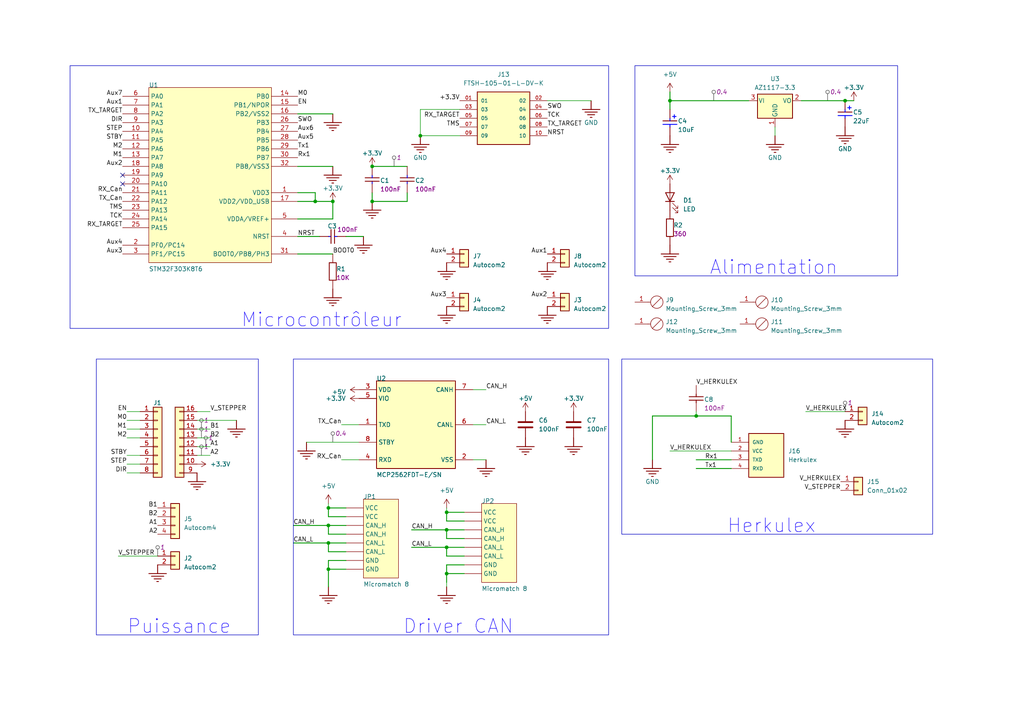
<source format=kicad_sch>
(kicad_sch (version 20230121) (generator eeschema)
  (paper "A4")
  (title_block (title "Carte moteur pas à pas (version industrialisée)") (date "2023-12-13") (rev "V0") (company "IUT de Cachan - CRAC") (comment 1 "Jeanne VOISIN"))
  (lib_symbols
    (symbol "+5V_1" (power) (pin_names (offset 0))
      (property "Value" "+5V_1" (at 0 3.556 0))
      (symbol "+5V_1_0_1"
        (polyline (pts (xy -0.762 1.27) (xy 0 2.54)))
        (polyline (pts (xy 0 0) (xy 0 2.54)))
        (polyline (pts (xy 0 2.54) (xy 0.762 1.27)))
      )
      (symbol "+5V_1_1_1"
        (pin power_in line (at 0 0 90) (length 0) hide (name "+5V") (number "1"))
      )
    )
    (symbol "0_Ge2:FTSH-105-01-L-DV-K" (pin_names (offset 1.016))
      (property "Reference" "J" (at -7.62 8.382 0))
      (property "Value" "FTSH-105-01-L-DV-K" (at -7.62 -10.16 0))
      (symbol "FTSH-105-01-L-DV-K_0_0"
        (rectangle (start -7.62 -7.62) (end 7.62 7.62) (stroke (width 0.254)) (fill (type background)))
        (pin passive line (at -12.7 5.08 0) (length 5.08) (name "01") (number "01"))
        (pin passive line (at 12.7 5.08 180) (length 5.08) (name "02") (number "02"))
        (pin passive line (at -12.7 2.54 0) (length 5.08) (name "03") (number "03"))
        (pin passive line (at 12.7 2.54 180) (length 5.08) (name "04") (number "04"))
        (pin passive line (at -12.7 0 0) (length 5.08) (name "05") (number "05"))
        (pin passive line (at 12.7 0 180) (length 5.08) (name "06") (number "06"))
        (pin passive line (at -12.7 -2.54 0) (length 5.08) (name "07") (number "07"))
        (pin passive line (at 12.7 -2.54 180) (length 5.08) (name "08") (number "08"))
        (pin passive line (at -12.7 -5.08 0) (length 5.08) (name "09") (number "09"))
        (pin passive line (at 12.7 -5.08 180) (length 5.08) (name "10") (number "10"))
      )
    )
    (symbol "0_Ge2:Herkulex" (pin_names (offset 1.016))
      (property "Reference" "J" (at 0 1.27 0))
      (property "Value" "Herkulex" (at 0 -15.24 0))
      (symbol "Herkulex_0_0"
        (rectangle (start 0 -12.7) (end 10.16 0) (stroke (width 0.254)) (fill (type background)))
      )
      (symbol "Herkulex_1_0"
        (pin passive line (at -5.08 -2.54 0) (length 5.08) (name "GND") (number "1"))
        (pin passive line (at -5.08 -5.08 0) (length 5.08) (name "VCC") (number "2"))
        (pin passive line (at -5.08 -7.62 0) (length 5.08) (name "TXD") (number "3"))
        (pin passive line (at -5.08 -10.16 0) (length 5.08) (name "RXD") (number "4"))
      )
    )
    (symbol "CaptCouleurV2-altium-import:GND" (power)
      (property "Reference" "#PWR" (at 0 0 0))
      (property "Value" "GND" (at 0 6.35 0))
      (symbol "GND_0_0"
        (polyline (pts (xy -2.54 -2.54) (xy 2.54 -2.54)) (stroke (width 0.254)))
        (polyline (pts (xy -1.778 -3.302) (xy 1.778 -3.302)) (stroke (width 0.254)))
        (polyline (pts (xy -1.016 -4.064) (xy 1.016 -4.064)) (stroke (width 0.254)))
        (polyline (pts (xy -0.254 -4.826) (xy 0.254 -4.826)) (stroke (width 0.254)))
        (polyline (pts (xy 0 0) (xy 0 -2.54)) (stroke (width 0.254)))
        (pin power_in line (at 0 0 0) (length 0) hide (name "GND") (number ""))
      )
    )
    (symbol "CaptCouleurV2-altium-import:root_0_MCU_LQFP32"
      (symbol "root_0_MCU_LQFP32_1_0"
        (rectangle (start 35.56 0) (end 0 -50.8) (fill (type background)))
        (pin passive line (at 43.18 -30.48 180) (length 7.62) (name "VDD3") (number "1"))
        (pin passive line (at -7.62 -12.7 0) (length 7.62) (name "PA4") (number "10"))
        (pin passive line (at -7.62 -15.24 0) (length 7.62) (name "PA5") (number "11"))
        (pin passive line (at -7.62 -17.78 0) (length 7.62) (name "PA6") (number "12"))
        (pin passive line (at -7.62 -20.32 0) (length 7.62) (name "PA7") (number "13"))
        (pin passive line (at 43.18 -2.54 180) (length 7.62) (name "PB0") (number "14"))
        (pin passive line (at 43.18 -5.08 180) (length 7.62) (name "PB1/NPOR") (number "15"))
        (pin passive line (at 43.18 -7.62 180) (length 7.62) (name "PB2/VSS2") (number "16"))
        (pin passive line (at 43.18 -33.02 180) (length 7.62) (name "VDD2/VDD_USB") (number "17"))
        (pin passive line (at -7.62 -22.86 0) (length 7.62) (name "PA8") (number "18"))
        (pin passive line (at -7.62 -25.4 0) (length 7.62) (name "PA9") (number "19"))
        (pin passive line (at -7.62 -45.72 0) (length 7.62) (name "PF0/PC14") (number "2"))
        (pin passive line (at -7.62 -27.94 0) (length 7.62) (name "PA10") (number "20"))
        (pin passive line (at -7.62 -30.48 0) (length 7.62) (name "PA11") (number "21"))
        (pin passive line (at -7.62 -33.02 0) (length 7.62) (name "PA12") (number "22"))
        (pin passive line (at -7.62 -35.56 0) (length 7.62) (name "PA13") (number "23"))
        (pin passive line (at -7.62 -38.1 0) (length 7.62) (name "PA14") (number "24"))
        (pin passive line (at -7.62 -40.64 0) (length 7.62) (name "PA15") (number "25"))
        (pin passive line (at 43.18 -10.16 180) (length 7.62) (name "PB3") (number "26"))
        (pin passive line (at 43.18 -12.7 180) (length 7.62) (name "PB4") (number "27"))
        (pin passive line (at 43.18 -15.24 180) (length 7.62) (name "PB5") (number "28"))
        (pin passive line (at 43.18 -17.78 180) (length 7.62) (name "PB6") (number "29"))
        (pin passive line (at -7.62 -48.26 0) (length 7.62) (name "PF1/PC15") (number "3"))
        (pin passive line (at 43.18 -20.32 180) (length 7.62) (name "PB7") (number "30"))
        (pin passive line (at 43.18 -48.26 180) (length 7.62) (name "BOOT0/PB8/PH3") (number "31"))
        (pin passive line (at 43.18 -22.86 180) (length 7.62) (name "PB8/VSS3") (number "32"))
        (pin passive line (at 43.18 -43.18 180) (length 7.62) (name "NRST") (number "4"))
        (pin passive line (at 43.18 -38.1 180) (length 7.62) (name "VDDA/VREF+") (number "5"))
        (pin passive line (at -7.62 -2.54 0) (length 7.62) (name "PA0") (number "6"))
        (pin passive line (at -7.62 -5.08 0) (length 7.62) (name "PA1") (number "7"))
        (pin passive line (at -7.62 -7.62 0) (length 7.62) (name "PA2") (number "8"))
        (pin passive line (at -7.62 -10.16 0) (length 7.62) (name "PA3") (number "9"))
      )
    )
    (symbol "CaptCouleurV2-altium-import:root_1_Cap_np"
      (symbol "root_1_Cap_np_1_0"
        (polyline (pts (xy -2.032 4.318) (xy 2.032 4.318)) (stroke (width 0.254)))
        (polyline (pts (xy 0 2.54) (xy 0 3.302)) (stroke (width 0.254) (color 0 0 255 1)))
        (polyline (pts (xy 0 5.08) (xy 0 4.318)) (stroke (width 0.254) (color 0 0 255 1)))
        (polyline (pts (xy 2.032 3.302) (xy -2.032 3.302)) (stroke (width 0.254)))
        (pin passive line (at 0 0 90) (length 2.54) (name "1") (number "1"))
        (pin passive line (at 0 7.62 270) (length 2.54) (name "2") (number "2"))
      )
    )
    (symbol "CaptCouleurV2-altium-import:root_1_Res"
      (symbol "root_1_Res_1_0"
        (rectangle (start 1.016 7.62) (end -1.016 2.54) (stroke (width 0.254)))
        (pin passive line (at 0 0 90) (length 2.54) (name "1") (number "1"))
        (pin passive line (at 0 10.16 270) (length 2.54) (name "2") (number "2"))
      )
    )
    (symbol "CaptCouleurV2-altium-import:root_2_Cap_np"
      (symbol "root_2_Cap_np_1_0"
        (polyline (pts (xy -5.08 0) (xy -4.318 0)) (stroke (width 0.254) (color 0 0 255 1)))
        (polyline (pts (xy -4.318 -2.032) (xy -4.318 2.032)) (stroke (width 0.254)))
        (polyline (pts (xy -3.302 2.032) (xy -3.302 -2.032)) (stroke (width 0.254)))
        (polyline (pts (xy -2.54 0) (xy -3.302 0)) (stroke (width 0.254) (color 0 0 255 1)))
        (pin passive line (at 0 0 180) (length 2.54) (name "1") (number "1"))
        (pin passive line (at -7.62 0 0) (length 2.54) (name "2") (number "2"))
      )
    )
    (symbol "CaptCouleurV2-altium-import:root_3_Cap Pol1"
      (symbol "root_3_Cap Pol1_1_0"
        (polyline (pts (xy -4.572 -1.778) (xy -0.508 -1.778)) (stroke (width 0.254) (color 0 0 255 1)))
        (polyline (pts (xy -4.572 -0.762) (xy -0.508 -0.762)) (stroke (width 0.254)))
        (polyline (pts (xy -2.54 -2.54) (xy -2.54 -1.778)) (stroke (width 0.254) (color 0 0 255 1)))
        (polyline (pts (xy -2.54 0) (xy -2.54 -0.762)) (stroke (width 0.254) (color 0 0 255 1)))
        (polyline (pts (xy -1.778 0.508) (xy -0.762 0.508)) (stroke (width 0.254) (color 0 0 255 1)))
        (polyline (pts (xy -1.27 0) (xy -1.27 1.016)) (stroke (width 0.254) (color 0 0 255 1)))
        (pin passive line (at -2.54 2.54 270) (length 2.54) (name "1") (number "1"))
        (pin passive line (at -2.54 -5.08 90) (length 2.54) (name "2") (number "2"))
      )
    )
    (symbol "Connector_Generic:Conn_01x02" (pin_names (offset 1.016) hide)
      (property "Reference" "J" (at 0 2.54 0))
      (property "Value" "Conn_01x02" (at 0 -5.08 0))
      (symbol "Conn_01x02_1_1"
        (rectangle (start -1.27 -2.413) (end 0 -2.667) (stroke (width 0.1524)))
        (rectangle (start -1.27 0.127) (end 0 -0.127) (stroke (width 0.1524)))
        (rectangle (start -1.27 1.27) (end 1.27 -3.81) (stroke (width 0.254)) (fill (type background)))
        (pin passive line (at -5.08 0 0) (length 3.81) (name "Pin_1") (number "1"))
        (pin passive line (at -5.08 -2.54 0) (length 3.81) (name "Pin_2") (number "2"))
      )
    )
    (symbol "Connector_Generic:Conn_01x08" (pin_names (offset 1.016) hide)
      (property "Reference" "J1" (at 2.54 -0.635 0))
      (property "Value" "Conn_01x08" (at 2.54 -3.175 0))
      (symbol "Conn_01x08_1_1"
        (rectangle (start -1.27 -10.033) (end 0 -10.287) (stroke (width 0.1524)))
        (rectangle (start -1.27 -7.493) (end 0 -7.747) (stroke (width 0.1524)))
        (rectangle (start -1.27 -4.953) (end 0 -5.207) (stroke (width 0.1524)))
        (rectangle (start -1.27 -2.413) (end 0 -2.667) (stroke (width 0.1524)))
        (rectangle (start -1.27 0.127) (end 0 -0.127) (stroke (width 0.1524)))
        (rectangle (start -1.27 2.667) (end 0 2.413) (stroke (width 0.1524)))
        (rectangle (start -1.27 5.207) (end 0 4.953) (stroke (width 0.1524)))
        (rectangle (start -1.27 7.747) (end 0 7.493) (stroke (width 0.1524)))
        (rectangle (start -1.27 8.89) (end 1.27 -11.43) (stroke (width 0.254)) (fill (type background)))
        (rectangle (start 7.62 -11.43) (end 5.08 8.89) (stroke (width 0.254)) (fill (type background)))
        (rectangle (start 7.62 -10.287) (end 6.35 -10.033) (stroke (width 0.1524)))
        (rectangle (start 7.62 -7.747) (end 6.35 -7.493) (stroke (width 0.1524)))
        (rectangle (start 7.62 -5.207) (end 6.35 -4.953) (stroke (width 0.1524)))
        (rectangle (start 7.62 -2.667) (end 6.35 -2.413) (stroke (width 0.1524)))
        (rectangle (start 7.62 -0.127) (end 6.35 0.127) (stroke (width 0.1524)))
        (rectangle (start 7.62 2.413) (end 6.35 2.667) (stroke (width 0.1524)))
        (rectangle (start 7.62 4.953) (end 6.35 5.207) (stroke (width 0.1524)))
        (rectangle (start 7.62 7.493) (end 6.35 7.747) (stroke (width 0.1524)))
        (pin passive line (at -5.08 7.62 0) (length 3.81) (name "Pin_1") (number "1"))
        (pin passive line (at 11.43 -7.62 180) (length 3.81) (name "Pin_2") (number "10"))
        (pin passive line (at 11.43 -5.08 180) (length 3.81) (name "Pin_3") (number "11"))
        (pin passive line (at 11.43 -2.54 180) (length 3.81) (name "Pin_4") (number "12"))
        (pin passive line (at 11.43 0 180) (length 3.81) (name "Pin_5") (number "13"))
        (pin passive line (at 11.43 2.54 180) (length 3.81) (name "Pin_6") (number "14"))
        (pin passive line (at 11.43 5.08 180) (length 3.81) (name "Pin_7") (number "15"))
        (pin passive line (at 11.43 7.62 180) (length 3.81) (name "Pin_8") (number "16"))
        (pin passive line (at -5.08 5.08 0) (length 3.81) (name "Pin_2") (number "2"))
        (pin passive line (at -5.08 2.54 0) (length 3.81) (name "Pin_3") (number "3"))
        (pin passive line (at -5.08 0 0) (length 3.81) (name "Pin_4") (number "4"))
        (pin passive line (at -5.08 -2.54 0) (length 3.81) (name "Pin_5") (number "5"))
        (pin passive line (at -5.08 -5.08 0) (length 3.81) (name "Pin_6") (number "6"))
        (pin passive line (at -5.08 -7.62 0) (length 3.81) (name "Pin_7") (number "7"))
        (pin passive line (at -5.08 -10.16 0) (length 3.81) (name "Pin_8") (number "8"))
        (pin passive line (at 11.43 -10.16 180) (length 3.81) (name "Pin_1") (number "9"))
      )
    )
    (symbol "Device:C" (pin_numbers hide) (pin_names (offset 0.254))
      (property "Reference" "C" (at 0.635 2.54 0))
      (property "Value" "C" (at 0.635 -2.54 0))
      (symbol "C_0_1"
        (polyline (pts (xy -2.032 -0.762) (xy 2.032 -0.762)) (stroke (width 0.508)))
        (polyline (pts (xy -2.032 0.762) (xy 2.032 0.762)) (stroke (width 0.508)))
      )
      (symbol "C_1_1"
        (pin passive line (at 0 3.81 270) (length 2.794) (name "~") (number "1"))
        (pin passive line (at 0 -3.81 90) (length 2.794) (name "~") (number "2"))
      )
    )
    (symbol "Device:LED" (pin_numbers hide) (pin_names (offset 1.016) hide)
      (property "Reference" "D" (at 0 2.54 0))
      (property "Value" "LED" (at 0 -2.54 0))
      (symbol "LED_0_1"
        (polyline (pts (xy -1.27 -1.27) (xy -1.27 1.27)) (stroke (width 0.254)))
        (polyline (pts (xy -1.27 0) (xy 1.27 0)))
        (polyline (pts (xy 1.27 -1.27) (xy 1.27 1.27) (xy -1.27 0) (xy 1.27 -1.27)) (stroke (width 0.254)))
        (polyline (pts (xy -3.048 -0.762) (xy -4.572 -2.286) (xy -3.81 -2.286) (xy -4.572 -2.286) (xy -4.572 -1.524)))
        (polyline (pts (xy -1.778 -0.762) (xy -3.302 -2.286) (xy -2.54 -2.286) (xy -3.302 -2.286) (xy -3.302 -1.524)))
      )
      (symbol "LED_1_1"
        (pin passive line (at -3.81 0 0) (length 2.54) (name "K") (number "1"))
        (pin passive line (at 3.81 0 180) (length 2.54) (name "A") (number "2"))
      )
    )
    (symbol "Regulator_Linear:AZ1117-3.3" (pin_names (offset 0.254))
      (property "Reference" "U" (at -3.81 3.175 0))
      (property "Value" "AZ1117-3.3" (at 0 3.175 0))
      (symbol "AZ1117-3.3_0_1"
        (rectangle (start -5.08 1.905) (end 5.08 -5.08) (stroke (width 0.254)) (fill (type background)))
      )
      (symbol "AZ1117-3.3_1_1"
        (pin power_in line (at 0 -7.62 90) (length 2.54) (name "GND") (number "1"))
        (pin power_out line (at 7.62 0 180) (length 2.54) (name "VO") (number "2"))
        (pin power_in line (at -7.62 0 0) (length 2.54) (name "VI") (number "3"))
      )
    )
    (symbol "Schéma Carte Commande-altium-import:1_Cap"
      (property "Value" "1_Cap" (at 0 0 0))
      (symbol "1_Cap_1_0"
        (polyline (pts (xy 0.508 1.778) (xy 4.572 1.778)) (stroke (width 0.254)))
        (polyline (pts (xy 2.54 0) (xy 2.54 0.762)) (stroke (width 0.254)))
        (polyline (pts (xy 2.54 2.54) (xy 2.54 1.778)) (stroke (width 0.254)))
        (polyline (pts (xy 4.572 0.762) (xy 0.508 0.762)) (stroke (width 0.254)))
        (pin passive line (at 2.54 -2.54 90) (length 2.54) (name "1") (number "1"))
        (pin passive line (at 2.54 5.08 270) (length 2.54) (name "2") (number "2"))
      )
    )
    (symbol "Schéma Carte Commande-altium-import:GND" (power)
      (property "Reference" "#PWR" (at 0 0 0))
      (property "Value" "GND" (at 0 6.35 0))
      (symbol "GND_0_0"
        (polyline (pts (xy -2.54 -2.54) (xy 2.54 -2.54)) (stroke (width 0.254)))
        (polyline (pts (xy -1.778 -3.302) (xy 1.778 -3.302)) (stroke (width 0.254)))
        (polyline (pts (xy -1.016 -4.064) (xy 1.016 -4.064)) (stroke (width 0.254)))
        (polyline (pts (xy -0.254 -4.826) (xy 0.254 -4.826)) (stroke (width 0.254)))
        (polyline (pts (xy 0 0) (xy 0 -2.54)) (stroke (width 0.254)))
        (pin power_in line (at 0 0 0) (length 0) hide (name "GND") (number ""))
      )
    )
    (symbol "SymbGamelGe2_v6:Autocom2" (pin_names (offset 1.016) hide)
      (property "Reference" "J" (at 0 2.54 0))
      (property "Value" "Autocom2" (at 0 -5.08 0))
      (symbol "Autocom2_1_1"
        (rectangle (start -1.27 -2.413) (end 0 -2.667) (stroke (width 0.1524)))
        (rectangle (start -1.27 0.127) (end 0 -0.127) (stroke (width 0.1524)))
        (rectangle (start -1.27 1.27) (end 1.27 -3.81) (stroke (width 0.254)) (fill (type background)))
        (pin passive line (at -5.08 0 0) (length 3.81) (name "Pin_1") (number "1"))
        (pin passive line (at -5.08 -2.54 0) (length 3.81) (name "Pin_2") (number "2"))
      )
    )
    (symbol "SymbGamelGe2_v6:Autocom4" (pin_names (offset 1.016) hide)
      (property "Reference" "J" (at 0 5.08 0))
      (property "Value" "Autocom4" (at 0 -7.62 0))
      (symbol "Autocom4_1_1"
        (rectangle (start -1.27 -4.953) (end 0 -5.207) (stroke (width 0.1524)))
        (rectangle (start -1.27 -2.413) (end 0 -2.667) (stroke (width 0.1524)))
        (rectangle (start -1.27 0.127) (end 0 -0.127) (stroke (width 0.1524)))
        (rectangle (start -1.27 2.667) (end 0 2.413) (stroke (width 0.1524)))
        (rectangle (start -1.27 3.81) (end 1.27 -6.35) (stroke (width 0.254)) (fill (type background)))
        (pin passive line (at -5.08 2.54 0) (length 3.81) (name "Pin_1") (number "1"))
        (pin passive line (at -5.08 0 0) (length 3.81) (name "Pin_2") (number "2"))
        (pin passive line (at -5.08 -2.54 0) (length 3.81) (name "Pin_3") (number "3"))
        (pin passive line (at -5.08 -5.08 0) (length 3.81) (name "Pin_4") (number "4"))
      )
    )
    (symbol "SymbGamelGe2_v6:Mounting_Screw_3mm" (pin_names (offset 1.016) hide)
      (property "Reference" "J" (at 0 2.54 0))
      (property "Value" "Mounting_Screw_3mm" (at 1.27 -2.54 0))
      (symbol "Mounting_Screw_3mm_0_1"
        (polyline (pts (xy 0 -1.27) (xy 2.54 1.27)))
        (circle (center 1.27 0) (radius 1.8034))
      )
      (symbol "Mounting_Screw_3mm_1_1"
        (polyline (pts (xy -1.27 0) (xy -0.508 0)) (stroke (width 0.1524)))
        (pin passive line (at -5.08 0 0) (length 3.81) (name "Pin_1") (number "1"))
      )
    )
    (symbol "WifiCAN-altium-import:0_Conn. - CAN"
      (property "Value" "0_Conn. - CAN" (at 0 0 0))
      (symbol "0_Conn. - CAN_1_0"
        (rectangle (start 15.24 5.08) (end 5.08 -17.78) (fill (type background)))
        (pin passive line (at 0 0 0) (length 5.08) (name "VCC") (number "1"))
        (pin passive line (at 0 -12.7 0) (length 5.08) (name "GND") (number "2"))
        (pin passive line (at 0 -10.16 0) (length 5.08) (name "CAN_L") (number "3"))
        (pin passive line (at 0 -5.08 0) (length 5.08) (name "CAN_H") (number "4"))
        (pin passive line (at 0 -2.54 0) (length 5.08) (name "CAN_H") (number "5"))
        (pin passive line (at 0 -7.62 0) (length 5.08) (name "CAN_L") (number "6"))
        (pin passive line (at 0 -15.24 0) (length 5.08) (name "GND") (number "7"))
        (pin passive line (at 0 2.54 0) (length 5.08) (name "VCC") (number "8"))
      )
    )
    (symbol "WifiCAN-altium-import:0_fcb6c66e4429206983adab9201371df"
      (property "Value" "0_fcb6c66e4429206983adab9201371df" (at 0 0 0))
      (symbol "0_fcb6c66e4429206983adab9201371df_1_0"
        (rectangle (start 27.94 2.54) (end 5.08 -22.86) (stroke (width 0.254)) (fill (type background)))
        (pin input line (at 0 -10.16 0) (length 5.08) (name "TXD") (number "1"))
        (pin power_in line (at 33.02 -20.32 180) (length 5.08) (name "VSS") (number "2"))
        (pin power_in line (at 0 0 0) (length 5.08) (name "VDD") (number "3"))
        (pin output line (at 0 -20.32 0) (length 5.08) (name "RXD") (number "4"))
        (pin power_in line (at 0 -2.54 0) (length 5.08) (name "VIO") (number "5"))
        (pin bidirectional line (at 33.02 -10.16 180) (length 5.08) (name "CANL") (number "6"))
        (pin bidirectional line (at 33.02 0 180) (length 5.08) (name "CANH") (number "7"))
        (pin input line (at 0 -15.24 0) (length 5.08) (name "STBY") (number "8"))
      )
    )
    (symbol "power:+3.3V" (power) (pin_names (offset 0))
      (property "Value" "+3.3V" (at 0 3.556 0))
      (symbol "+3.3V_0_1"
        (polyline (pts (xy -0.762 1.27) (xy 0 2.54)))
        (polyline (pts (xy 0 0) (xy 0 2.54)))
        (polyline (pts (xy 0 2.54) (xy 0.762 1.27)))
      )
      (symbol "+3.3V_1_1"
        (pin power_in line (at 0 0 90) (length 0) hide (name "+3.3V") (number "1"))
      )
    )
    (symbol "power:+5V" (power) (pin_names (offset 0))
      (property "Value" "+5V" (at 0 3.556 0))
      (symbol "+5V_0_1"
        (polyline (pts (xy -0.762 1.27) (xy 0 2.54)))
        (polyline (pts (xy 0 0) (xy 0 2.54)))
        (polyline (pts (xy 0 2.54) (xy 0.762 1.27)))
      )
      (symbol "+5V_1_1"
        (pin power_in line (at 0 0 90) (length 0) hide (name "+5V") (number "1"))
      )
    )
  )
  (junction (at 129.54 158.75))
  (junction (at 95.25 165.1))
  (junction (at 129.54 166.37))
  (junction (at 107.95 48.26))
  (junction (at 95.25 152.4))
  (junction (at 121.92 39.37))
  (junction (at 95.25 147.32))
  (junction (at 201.93 120.65))
  (junction (at 245.11 29.21))
  (junction (at 194.31 29.21))
  (junction (at 95.25 157.48))
  (junction (at 129.54 148.59))
  (junction (at 107.95 58.42))
  (junction (at 96.52 58.42))
  (junction (at 129.54 153.67))
  (junction (at 91.44 58.42))
  (no_connect (at 35.56 50.8))
  (no_connect (at 35.56 53.34))
  (wire (pts (xy 96.52 58.42) (xy 96.52 63.5)) (stroke (width 0.254)))
  (wire (pts (xy 129.54 163.83) (xy 129.54 166.37)) (stroke (width 0.254)))
  (wire (pts (xy 133.35 39.37) (xy 121.92 39.37)))
  (wire (pts (xy 95.25 162.56) (xy 95.25 165.1)) (stroke (width 0.254)))
  (wire (pts (xy 36.83 134.62) (xy 40.64 134.62)))
  (wire (pts (xy 121.92 39.37) (xy 121.92 31.75)))
  (wire (pts (xy 100.33 162.56) (xy 95.25 162.56)) (stroke (width 0.254)))
  (wire (pts (xy 36.83 137.16) (xy 40.64 137.16)))
  (wire (pts (xy 201.93 133.35) (xy 212.09 133.35)) (stroke (width 0.254)))
  (wire (pts (xy 36.83 121.92) (xy 40.64 121.92)))
  (wire (pts (xy 95.25 160.02) (xy 95.25 157.48)) (stroke (width 0.254)))
  (wire (pts (xy 86.36 33.02) (xy 96.52 33.02)) (stroke (width 0.254)))
  (wire (pts (xy 189.23 120.65) (xy 201.93 120.65)) (stroke (width 0.254)))
  (wire (pts (xy 129.54 158.75) (xy 134.62 158.75)) (stroke (width 0.254)))
  (wire (pts (xy 86.36 73.66) (xy 96.52 73.66)) (stroke (width 0.254)))
  (wire (pts (xy 129.54 166.37) (xy 129.54 168.91)) (stroke (width 0.254)))
  (wire (pts (xy 129.54 153.67) (xy 134.62 153.67)) (stroke (width 0.254)))
  (wire (pts (xy 121.92 31.75) (xy 133.35 31.75)))
  (wire (pts (xy 91.44 58.42) (xy 96.52 58.42)) (stroke (width 0.254)))
  (wire (pts (xy 36.83 127) (xy 40.64 127)))
  (wire (pts (xy 95.25 146.05) (xy 95.25 147.32)))
  (wire (pts (xy 134.62 163.83) (xy 129.54 163.83)) (stroke (width 0.254)))
  (wire (pts (xy 245.11 29.21) (xy 247.65 29.21)) (stroke (width 0.254)))
  (wire (pts (xy 194.31 130.81) (xy 212.09 130.81)))
  (wire (pts (xy 57.15 127) (xy 60.96 127)))
  (wire (pts (xy 57.15 119.38) (xy 60.96 119.38)))
  (wire (pts (xy 194.31 26.67) (xy 194.31 29.21)) (stroke (width 0.254)))
  (wire (pts (xy 100.33 160.02) (xy 95.25 160.02)) (stroke (width 0.254)))
  (wire (pts (xy 88.9 128.27) (xy 104.14 128.27)))
  (wire (pts (xy 137.16 113.03) (xy 140.97 113.03)))
  (wire (pts (xy 95.25 147.32) (xy 100.33 147.32)) (stroke (width 0.254)))
  (wire (pts (xy 95.25 149.86) (xy 95.25 147.32)) (stroke (width 0.254)))
  (wire (pts (xy 86.36 68.58) (xy 92.71 68.58)) (stroke (width 0.254)))
  (wire (pts (xy 140.97 123.19) (xy 137.16 123.19)))
  (wire (pts (xy 34.29 161.29) (xy 45.72 161.29)))
  (wire (pts (xy 118.11 48.26) (xy 107.95 48.26)) (stroke (width 0.254)))
  (wire (pts (xy 57.15 124.46) (xy 60.96 124.46)))
  (wire (pts (xy 140.97 133.35) (xy 137.16 133.35)))
  (wire (pts (xy 129.54 168.91) (xy 129.54 170.18)))
  (wire (pts (xy 85.09 157.48) (xy 95.25 157.48)) (stroke (width 0.254)))
  (wire (pts (xy 194.31 29.21) (xy 194.31 31.75)) (stroke (width 0.254)))
  (wire (pts (xy 134.62 161.29) (xy 129.54 161.29)) (stroke (width 0.254)))
  (wire (pts (xy 95.25 154.94) (xy 95.25 152.4)) (stroke (width 0.254)))
  (wire (pts (xy 118.11 58.42) (xy 107.95 58.42)) (stroke (width 0.254)))
  (wire (pts (xy 129.54 148.59) (xy 134.62 148.59)) (stroke (width 0.254)))
  (wire (pts (xy 95.25 165.1) (xy 95.25 170.18)) (stroke (width 0.254)))
  (wire (pts (xy 189.23 120.65) (xy 189.23 133.35)) (stroke (width 0.254)))
  (wire (pts (xy 36.83 119.38) (xy 40.64 119.38)))
  (wire (pts (xy 119.38 158.75) (xy 129.54 158.75)) (stroke (width 0.254)))
  (wire (pts (xy 86.36 55.88) (xy 91.44 55.88)) (stroke (width 0.254)))
  (wire (pts (xy 95.25 152.4) (xy 100.33 152.4)) (stroke (width 0.254)))
  (wire (pts (xy 129.54 151.13) (xy 129.54 148.59)) (stroke (width 0.254)))
  (wire (pts (xy 85.09 152.4) (xy 95.25 152.4)) (stroke (width 0.254)))
  (wire (pts (xy 105.41 68.58) (xy 100.33 68.58)) (stroke (width 0.254)))
  (wire (pts (xy 99.06 133.35) (xy 104.14 133.35)))
  (wire (pts (xy 201.93 135.89) (xy 212.09 135.89)) (stroke (width 0.254)))
  (wire (pts (xy 95.25 157.48) (xy 100.33 157.48)) (stroke (width 0.254)))
  (wire (pts (xy 129.54 161.29) (xy 129.54 158.75)) (stroke (width 0.254)))
  (wire (pts (xy 100.33 149.86) (xy 95.25 149.86)) (stroke (width 0.254)))
  (wire (pts (xy 86.36 58.42) (xy 91.44 58.42)) (stroke (width 0.254)))
  (wire (pts (xy 212.09 120.65) (xy 212.09 128.27)) (stroke (width 0.254)))
  (wire (pts (xy 134.62 166.37) (xy 129.54 166.37)) (stroke (width 0.254)))
  (wire (pts (xy 119.38 153.67) (xy 129.54 153.67)) (stroke (width 0.254)))
  (wire (pts (xy 100.33 165.1) (xy 95.25 165.1)) (stroke (width 0.254)))
  (wire (pts (xy 57.15 129.54) (xy 60.96 129.54)))
  (wire (pts (xy 86.36 48.26) (xy 96.52 48.26)) (stroke (width 0.254)))
  (wire (pts (xy 232.41 29.21) (xy 245.11 29.21)) (stroke (width 0.254)))
  (wire (pts (xy 36.83 132.08) (xy 40.64 132.08)))
  (wire (pts (xy 118.11 55.88) (xy 118.11 58.42)) (stroke (width 0.254)))
  (wire (pts (xy 233.68 119.38) (xy 245.11 119.38)))
  (wire (pts (xy 134.62 151.13) (xy 129.54 151.13)) (stroke (width 0.254)))
  (wire (pts (xy 107.95 58.42) (xy 107.95 55.88)) (stroke (width 0.254)))
  (wire (pts (xy 129.54 156.21) (xy 129.54 153.67)) (stroke (width 0.254)))
  (wire (pts (xy 36.83 124.46) (xy 40.64 124.46)))
  (wire (pts (xy 57.15 121.92) (xy 68.58 121.92)))
  (wire (pts (xy 96.52 63.5) (xy 86.36 63.5)) (stroke (width 0.254)))
  (wire (pts (xy 57.15 132.08) (xy 60.96 132.08)))
  (wire (pts (xy 91.44 55.88) (xy 91.44 58.42)) (stroke (width 0.254)))
  (wire (pts (xy 129.54 147.32) (xy 129.54 148.59)))
  (wire (pts (xy 212.09 120.65) (xy 201.93 120.65)) (stroke (width 0.254)))
  (wire (pts (xy 100.33 154.94) (xy 95.25 154.94)) (stroke (width 0.254)))
  (wire (pts (xy 224.79 36.83) (xy 224.79 39.37)))
  (wire (pts (xy 99.06 123.19) (xy 104.14 123.19)))
  (wire (pts (xy 194.31 29.21) (xy 217.17 29.21)) (stroke (width 0.254)))
  (wire (pts (xy 201.93 119.38) (xy 201.93 120.65)))
  (wire (pts (xy 134.62 156.21) (xy 129.54 156.21)) (stroke (width 0.254)))
  (wire (pts (xy 158.75 29.21) (xy 171.45 29.21)))
  (rectangle (start 27.94 104.14) (end 74.93 184.15))
  (rectangle (start 184.15 19.05) (end 260.35 80.01))
  (rectangle (start 85.09 104.14) (end 176.53 184.15))
  (rectangle (start 20.32 19.05) (end 176.53 95.25))
  (rectangle (start 180.34 104.14) (end 270.51 154.94))
  (text "Puissance" (at 36.83 184.15 0) (effects (font (size 4 4)) (justify left bottom)))
  (text "Microcontrôleur" (at 69.85 95.25 0) (effects (font (size 4 4)) (justify left bottom)))
  (text "Driver CAN" (at 116.84 184.15 0) (effects (font (size 4 4)) (justify left bottom)))
  (text "Herkulex" (at 210.82 154.94 0) (effects (font (size 4 4)) (justify left bottom)))
  (text "Alimentation" (at 205.74 80.01 0) (effects (font (size 4 4)) (justify left bottom)))
  (label "STBY" (at 36.83 132.08 180))
  (label "NRST" (at 86.36 68.58 180))
  (label "CAN_L" (at 119.38 158.75 0))
  (label "A1" (at 60.96 129.54 0))
  (label "B2" (at 60.96 127 0))
  (label "TX_Can" (at 35.56 58.42 180))
  (label "EN" (at 36.83 119.38 180))
  (label "A2" (at 60.96 132.08 0))
  (label "Aux1" (at 35.56 30.48 180))
  (label "CAN_H" (at 140.97 113.03 0))
  (label "V_HERKULEX" (at 194.31 130.81 0))
  (label "B2" (at 45.72 149.86 180))
  (label "TX_TARGET" (at 35.56 33.02 180))
  (label "SWO" (at 86.36 35.56 180))
  (label "Aux2" (at 158.75 86.36 180))
  (label "BOOT0" (at 96.52 73.66 180))
  (label "Tx1" (at 204.47 135.89 0))
  (label "Aux5" (at 86.36 40.64 0))
  (label "TCK" (at 158.75 34.29 0))
  (label "Aux2" (at 35.56 48.26 180))
  (label "RX_Can" (at 99.06 133.35 180))
  (label "Tx1" (at 86.36 43.18 0))
  (label "EN" (at 86.36 30.48 0))
  (label "M1" (at 36.83 124.46 180))
  (label "Aux4" (at 129.54 73.66 180))
  (label "M2" (at 36.83 127 180))
  (label "Rx1" (at 204.47 133.35 0))
  (label "V_HERKULEX" (at 201.93 111.76 0))
  (label "+3.3V" (at 133.35 29.21 180))
  (label "M1" (at 35.56 45.72 180))
  (label "A2" (at 45.72 154.94 180))
  (label "M2" (at 35.56 43.18 180))
  (label "A1" (at 45.72 152.4 180))
  (label "RX_TARGET" (at 35.56 66.04 180))
  (label "V_STEPPER" (at 34.29 161.29 0))
  (label "CAN_L" (at 140.97 123.19 0))
  (label "TX_Can" (at 99.06 123.19 180))
  (label "CAN_L" (at 85.09 157.48 0))
  (label "CAN_H" (at 119.38 153.67 0))
  (label "NRST" (at 158.75 39.37 0))
  (label "TCK" (at 35.56 63.5 180))
  (label "Aux4" (at 35.56 71.12 180))
  (label "B1" (at 45.72 147.32 180))
  (label "CAN_H" (at 85.09 152.4 0))
  (label "DIR" (at 36.83 137.16 180))
  (label "B1" (at 60.96 124.46 0))
  (label "Aux3" (at 35.56 73.66 180))
  (label "TMS" (at 133.35 36.83 180))
  (label "Aux6" (at 86.36 38.1 0))
  (label "Rx1" (at 86.36 45.72 0))
  (label "TMS" (at 35.56 60.96 180))
  (label "RX_TARGET" (at 133.35 34.29 180))
  (label "V_HERKULEX" (at 233.68 119.38 0))
  (label "Aux7" (at 35.56 27.94 180))
  (label "M0" (at 36.83 121.92 180))
  (label "DIR" (at 35.56 35.56 180))
  (label "M0" (at 86.36 27.94 0))
  (label "Aux1" (at 158.75 73.66 180))
  (label "Aux3" (at 129.54 86.36 180))
  (label "V_STEPPER" (at 60.96 119.38 0))
  (label "RX_Can" (at 35.56 55.88 180))
  (label "V_STEPPER" (at 243.84 142.24 180))
  (label "TX_TARGET" (at 158.75 36.83 0))
  (label "STBY" (at 35.56 40.64 180))
  (label "STEP" (at 35.56 38.1 180))
  (label "STEP" (at 36.83 134.62 180))
  (label "SWO" (at 158.75 31.75 180))
  (label "V_HERKULEX" (at 243.84 139.7 180))
  (netclass_flag "" (length 2.54) (shape round) (at 58.42 132.08 0) (property "Netclass" "1" (at 59.1185 129.54 0) (effects (font italic) (justify left))))
  (netclass_flag "" (length 2.54) (shape round) (at 58.42 124.46 0) (property "Netclass" "1" (at 59.1185 121.92 0) (effects (font italic) (justify left))))
  (netclass_flag "" (length 2.54) (shape round) (at 207.01 29.21 0) (property "Netclass" "0.4" (at 207.7085 26.67 0) (effects (font italic) (justify left))))
  (netclass_flag "" (length 2.54) (shape round) (at 114.3 48.26 0) (property "Netclass" "1" (at 114.9985 45.72 0) (effects (font italic) (justify left))))
  (netclass_flag "" (length 2.54) (shape round) (at 240.03 29.21 0) (property "Netclass" "0.4" (at 240.7285 26.67 0) (effects (font italic) (justify left))))
  (netclass_flag "" (length 2.54) (shape round) (at 59.69 129.54 0) (property "Netclass" "1" (at 60.3885 127 0) (effects (font italic) (justify left))))
  (netclass_flag "" (length 2.54) (shape round) (at 96.52 128.27 0) (property "Netclass" "0.4" (at 97.2185 125.73 0) (effects (font italic) (justify left))))
  (netclass_flag "" (length 2.54) (shape round) (at 58.42 127 0) (property "Netclass" "1" (at 59.1185 124.46 0) (effects (font italic) (justify left))))
  (netclass_flag "" (length 2.54) (shape round) (at 45.72 161.29 0) (property "Netclass" "1" (at 46.4185 158.75 0) (effects (font italic) (justify left))))
  (netclass_flag "" (length 2.54) (shape round) (at 245.11 119.38 0) (property "Netclass" "1" (at 245.8085 116.84 0) (effects (font italic) (justify left))))
  (symbol (lib_id "CaptCouleurV2-altium-import:root_1_Res") (at 194.31 71.12 0) (unit 1)
    (property "Reference" "R2" (at 195.326 66.04 0) (effects (justify left bottom)))
    (property "Value" "${ALTIUM_VALUE}" (effects hide))
    (property "Footprint" "Resistor_SMD:R_1206_3216Metric_Pad1.30x1.75mm_HandSolder" (effects hide))
    (property "PUBLISHED" "8-Jun-2000" (effects hide))
    (property "REVISION" "July-2002: Re-released for DXP Platform." (effects hide))
    (property "PUBLISHER" "Altium Limited" (effects hide))
    (property "SUPPLIER 2" "Farnell" (effects hide))
    (property "SUPPLIER PART NUMBER 2" "2057836" (effects hide))
    (property "ALTIUM_VALUE" "360" (at 195.326 68.58 0) (effects (justify left bottom)))
  )
  (symbol (lib_id "power:+3.3V") (at 104.14 115.57 90) (unit 1)
    (property "Reference" "#PWR021" (effects hide))
    (property "Value" "+3.3V" (at 100.33 115.57 90) (effects (justify left)))
  )
  (symbol (lib_id "SymbGamelGe2_v6:Autocom2") (at 134.62 73.66 0) (unit 1)
    (property "Reference" "J7" (at 137.16 74.295 0) (effects (justify left)))
    (property "Value" "Autocom2" (at 137.16 76.835 0) (effects (justify left)))
    (property "Footprint" "FootprintGamelGe2_v6:Autocom2" (effects hide))
  )
  (symbol (lib_id "CaptCouleurV2-altium-import:root_0_MCU_LQFP32") (at 43.18 25.4 0) (unit 1)
    (property "Reference" "U1" (at 43.18 25.4 0) (effects (justify left bottom)))
    (property "Value" "STM32F303K8T6" (at 43.18 78.74 0) (effects (justify left bottom)))
    (property "Footprint" "STM32F303K8T6:QFP80P900X900X160-32N" (effects hide))
  )
  (symbol (lib_id "WifiCAN-altium-import:0_Conn. - CAN") (at 100.33 149.86 0) (unit 1)
    (property "Reference" "JP1" (at 105.41 144.78 0) (effects (justify left bottom)))
    (property "Value" "Micromatch 8" (at 105.41 170.18 0) (effects (justify left bottom)))
    (property "Footprint" "FootprintGamelGe2_v6:SW_DIP_SPSTx04_Slide_9.78x12.34mm_W7.62mm_P2.54mm" (effects hide))
    (property "COMPONENTLINK1URL" "http://www.tycoelectronics.com/commerce/DocumentDelivery/DDEController?Action=srchrtrv&DocNm=215083&DocType=Customer+Drawing&DocLang=English" (effects hide))
    (property "COMPONENTLINK1DESCRIPTION" "Datasheet" (effects hide))
    (property "SUPPLIER 1" "Farnell" (effects hide))
    (property "SUPPLIER PART NUMBER 1" "3784733" (effects hide))
    (property "MANUFACTURER" "TE CONNECTIVITY / AMP" (effects hide))
    (property "MANUFACTURER PART NUMBER" "7-188275-8" (effects hide))
    (property "ROHS" "YES" (effects hide))
    (property "STOCK 1" "13392" (effects hide))
    (property "PRICING 1" "10=0,92, 250=0,72, 900=0,64 (EUR)" (effects hide))
    (property "SÉRIE" "Micro-MaTch" (effects hide))
    (property "PAS" "1.27" (effects hide))
    (property "NOMBRE DE RANGÉES" "1" (effects hide))
    (property "NOMBRE DE CONTACTS" "8" (effects hide))
    (property "GENRE" "Embase" (effects hide))
    (property "TERMINAISON DU CONTACT" "Montage en surface vertical" (effects hide))
    (property "PLAQUAGE DU CONTACT" "Tin" (effects hide))
    (property "MATÉRIAU DU CONTACT" "Bronze phosphoreux" (effects hide))
    (property "CONNECTOR TYPE" "Board to Board" (effects hide))
    (property "COURANT DE CONTACT" "1.5" (effects hide))
    (property "MATIÈRE, CONTACT" "Bronze phosphoreux" (effects hide))
    (property "MÉTHODE DE TERMINAISON" "Solder" (effects hide))
    (property "NOMBRE DE PÂLES" "8" (effects hide))
    (property "NOMBRE DE VOIES" "8" (effects hide))
    (property "NUMÉRO AWG MAX.." "28" (effects hide))
    (property "PLAQUAGE CONTACT" "Etain / Plomb" (effects hide))
    (property "RÉSISTANCE, CONTACT" "50" (effects hide))
    (property "TEMPÉRATURE DE FONCTIONNEMENT MAX.." "105" (effects hide))
    (property "TEMPÉRATURE D'UTILISATION MIN" "-40" (effects hide))
    (property "TENSION C.A." "230" (effects hide))
    (property "TYPE DE BOITIER" "Polyester chargé verre" (effects hide))
    (property "TYPE DE CONNECTEUR" "Carte-à-carte" (effects hide))
    (property "COMPONENTLINK2URL" "http://www.tycoelectronics.com/commerce/DocumentDelivery/DDEController?Action=srchrtrv&DocNm=7-188275-8&DocType=Customer+View+Model&DocLang=English" (effects hide))
    (property "COMPONENTLINK2DESCRIPTION" "http://www.tycoelectronics.com/commerce/DocumentDelivery/DDEController?Action=srchrtrv&DocNm=7-188275-8&DocType=Customer+View+Model&DocLang=English" (effects hide))
    (property "COMPONENTLINK3URL" "http://www.farnell.com/datasheets/102135.pdf" (effects hide))
    (property "COMPONENTLINK3DESCRIPTION" "http://www.farnell.com/datasheets/102135.pdf" (effects hide))
  )
  (symbol (lib_id "CaptCouleurV2-altium-import:GND") (at 105.41 68.58 0) (unit 1)
    (property "Reference" "#PWR029" (effects hide))
    (property "Value" "GND" (effects hide))
  )
  (symbol (lib_id "Connector_Generic:Conn_01x02") (at 248.92 139.7 0) (unit 1)
    (property "Reference" "J15" (at 251.46 139.7 0) (effects (justify left)))
    (property "Value" "Conn_01x02" (at 251.46 142.24 0) (effects (justify left)))
    (property "Footprint" "Connector_PinHeader_2.54mm:PinHeader_1x02_P2.54mm_Vertical" (effects hide))
  )
  (symbol (lib_id "CaptCouleurV2-altium-import:GND") (at 245.11 121.92 0) (unit 1)
    (property "Reference" "#PWR05" (effects hide))
    (property "Value" "GND" (effects hide))
  )
  (symbol (lib_id "Device:C") (at 152.4 123.19 0) (unit 1)
    (property "Reference" "C6" (at 156.21 121.92 0) (effects (justify left)))
    (property "Value" "100nF" (at 156.21 124.46 0) (effects (justify left)))
    (property "Footprint" "Capacitor_SMD:C_1206_3216Metric_Pad1.33x1.80mm_HandSolder" (effects hide))
  )
  (symbol (lib_id "CaptCouleurV2-altium-import:GND") (at 171.45 29.21 0) (unit 1)
    (property "Reference" "#PWR028" (effects hide))
    (property "Value" "GND" (at 171.45 35.56 0))
  )
  (symbol (lib_id "0_Ge2:FTSH-105-01-L-DV-K") (at 146.05 34.29 0) (unit 1)
    (property "Reference" "J13" (at 146.05 21.59 0))
    (property "Value" "FTSH-105-01-L-DV-K" (at 146.05 24.13 0))
    (property "Footprint" "0_FootprintGe2:SAMTEC_FTSH-105-01-L-DV-K" (effects hide))
    (property "MF" "Samtec" (effects hide))
    (property "DESCRIPTION" "Connector Header Surface Mount 10 position 0.050 (1.27mm)" (effects hide))
  )
  (symbol (lib_id "CaptCouleurV2-altium-import:GND") (at 129.54 170.18 0) (unit 1)
    (property "Reference" "#PWR04" (effects hide))
    (property "Value" "GND" (effects hide))
  )
  (symbol (lib_id "Connector_Generic:Conn_01x08") (at 45.72 127 0) (unit 1)
    (property "Reference" "J1" (at 44.45 116.84 0) (effects (justify left)))
    (property "Value" "Conn_01x08" (effects hide))
    (property "Footprint" "Package_DIP:DIP-16_W7.62mm_Socket_LongPads" (effects hide))
  )
  (symbol (lib_id "CaptCouleurV2-altium-import:GND") (at 224.79 39.37 0) (unit 1)
    (property "Reference" "#PWR034" (effects hide))
    (property "Value" "GND" (at 224.79 45.72 0))
  )
  (symbol (lib_id "power:+3.3V") (at 96.52 58.42 0) (unit 1)
    (property "Reference" "#PWR026" (effects hide))
    (property "Value" "+3.3V" (at 96.52 54.61 0))
  )
  (symbol (lib_id "power:+3.3V") (at 107.95 48.26 0) (unit 1)
    (property "Reference" "#PWR030" (effects hide))
    (property "Value" "+3.3V" (at 107.95 44.45 0))
  )
  (symbol (lib_id "0_Ge2:Herkulex") (at 217.17 125.73 0) (unit 1)
    (property "Reference" "J16" (at 228.6 130.81 0) (effects (justify left)))
    (property "Value" "Herkulex" (at 228.6 133.35 0) (effects (justify left)))
    (property "Footprint" "0_FootprintGe2:TE_292161-4" (effects hide))
    (property "Datasheet" "TE_292161-4" (effects hide))
    (property "Description" "\nConn, Rect,Wire to Board,PCB Plug,4 Cont,Thru-Hole,MT Series,0.079 Pin-Spng | TE Connectivity 292161-4\n" (effects hide))
    (property "MANUFACTURER" "TE Connectivity" (effects hide))
  )
  (symbol (lib_id "CaptCouleurV2-altium-import:GND") (at 158.75 76.2 0) (unit 1)
    (property "Reference" "#PWR023" (effects hide))
    (property "Value" "GND" (effects hide))
  )
  (symbol (lib_id "CaptCouleurV2-altium-import:GND") (at 96.52 48.26 0) (unit 1)
    (property "Reference" "#PWR025" (effects hide))
    (property "Value" "GND" (effects hide))
  )
  (symbol (lib_id "CaptCouleurV2-altium-import:GND") (at 194.31 71.12 0) (unit 1)
    (property "Reference" "#PWR016" (effects hide))
    (property "Value" "GND" (effects hide))
  )
  (symbol (lib_id "Schéma Carte Commande-altium-import:1_Cap") (at 199.39 116.84 0) (unit 1)
    (property "Reference" "C8" (at 204.216 116.586 0) (effects (justify left bottom)))
    (property "Value" "Cap" (effects hide))
    (property "Footprint" "Capacitor_SMD:C_1206_3216Metric_Pad1.33x1.80mm_HandSolder" (effects hide))
    (property "PUBLISHED" "8-Jun-2000" (effects hide))
    (property "REVISION" "July-2002: Re-released for DXP Platform." (effects hide))
    (property "PUBLISHER" "Altium Limited" (effects hide))
    (property "ALTIUM_VALUE" "100nF" (at 204.216 119.126 0) (effects (justify left bottom)))
  )
  (symbol (lib_id "CaptCouleurV2-altium-import:GND") (at 57.15 137.16 0) (unit 1)
    (property "Reference" "#PWR06" (effects hide))
    (property "Value" "GND" (effects hide))
  )
  (symbol (lib_id "CaptCouleurV2-altium-import:GND") (at 121.92 39.37 0) (unit 1)
    (property "Reference" "#PWR09" (effects hide))
    (property "Value" "GND" (at 121.92 45.72 0))
  )
  (symbol (lib_id "CaptCouleurV2-altium-import:GND") (at 96.52 33.02 0) (unit 1)
    (property "Reference" "#PWR018" (effects hide))
    (property "Value" "GND" (effects hide))
  )
  (symbol (lib_id "SymbGamelGe2_v6:Autocom2") (at 163.83 73.66 0) (unit 1)
    (property "Reference" "J8" (at 166.37 74.295 0) (effects (justify left)))
    (property "Value" "Autocom2" (at 166.37 76.835 0) (effects (justify left)))
    (property "Footprint" "FootprintGamelGe2_v6:Autocom2" (effects hide))
  )
  (symbol (lib_id "power:+3.3V") (at 194.31 53.34 0) (unit 1)
    (property "Reference" "#PWR014" (effects hide))
    (property "Value" "+3.3V" (at 194.31 49.53 0))
  )
  (symbol (lib_id "CaptCouleurV2-altium-import:GND") (at 96.52 83.82 0) (unit 1)
    (property "Reference" "#PWR017" (effects hide))
    (property "Value" "GND" (effects hide))
  )
  (symbol (lib_id "Device:C") (at 166.37 123.19 0) (unit 1)
    (property "Reference" "C7" (at 170.18 121.92 0) (effects (justify left)))
    (property "Value" "100nF" (at 170.18 124.46 0) (effects (justify left)))
    (property "Footprint" "Capacitor_SMD:C_1206_3216Metric_Pad1.33x1.80mm_HandSolder" (effects hide))
  )
  (symbol (lib_id "power:+5V") (at 194.31 26.67 0) (unit 1)
    (property "Reference" "#PWR032" (effects hide))
    (property "Value" "+5V" (at 194.31 21.59 0))
  )
  (symbol (lib_id "Schéma Carte Commande-altium-import:GND") (at 189.23 133.35 0) (unit 1)
    (property "Reference" "#PWR038" (effects hide))
    (property "Value" "GND" (at 189.23 139.7 0))
  )
  (symbol (lib_id "SymbGamelGe2_v6:Mounting_Screw_3mm") (at 189.23 87.63 0) (unit 1)
    (property "Reference" "J9" (at 193.04 86.995 0) (effects (justify left)))
    (property "Value" "Mounting_Screw_3mm" (at 193.04 89.535 0) (effects (justify left)))
    (property "Footprint" "FootprintGamelGe2_v6:Mounting_Screw_3mm" (effects hide))
  )
  (symbol (lib_id "CaptCouleurV2-altium-import:GND") (at 107.95 58.42 0) (unit 1)
    (property "Reference" "#PWR039" (effects hide))
    (property "Value" "GND" (effects hide))
  )
  (symbol (lib_id "SymbGamelGe2_v6:Autocom2") (at 250.19 119.38 0) (unit 1)
    (property "Reference" "J14" (at 252.73 120.015 0) (effects (justify left)))
    (property "Value" "Autocom2" (at 252.73 122.555 0) (effects (justify left)))
    (property "Footprint" "FootprintGamelGe2_v6:Autocom2" (effects hide))
  )
  (symbol (lib_id "SymbGamelGe2_v6:Mounting_Screw_3mm") (at 189.23 93.98 0) (unit 1)
    (property "Reference" "J12" (at 193.04 93.345 0) (effects (justify left)))
    (property "Value" "Mounting_Screw_3mm" (at 193.04 95.885 0) (effects (justify left)))
    (property "Footprint" "FootprintGamelGe2_v6:Mounting_Screw_3mm" (effects hide))
  )
  (symbol (lib_id "power:+3.3V") (at 57.15 134.62 270) (unit 1)
    (property "Reference" "#PWR07" (effects hide))
    (property "Value" "+3.3V" (at 60.96 134.62 90) (effects (justify left)))
  )
  (symbol (lib_name "+5V_1") (lib_id "power:+5V") (at 152.4 119.38 0) (unit 1)
    (property "Reference" "#PWR019" (effects hide))
    (property "Value" "+5V" (at 152.4 115.57 0))
  )
  (symbol (lib_id "CaptCouleurV2-altium-import:GND") (at 95.25 170.18 0) (unit 1)
    (property "Reference" "#PWR02" (effects hide))
    (property "Value" "GND" (effects hide))
  )
  (symbol (lib_id "power:+3.3V") (at 247.65 29.21 0) (unit 1)
    (property "Reference" "#PWR036" (effects hide))
    (property "Value" "+3.3V" (at 247.65 25.4 0))
  )
  (symbol (lib_id "power:+5V") (at 95.25 146.05 0) (unit 1)
    (property "Reference" "#PWR01" (effects hide))
    (property "Value" "+5V" (at 95.25 140.97 0))
  )
  (symbol (lib_id "CaptCouleurV2-altium-import:root_3_Cap Pol1") (at 247.65 31.75 0) (unit 1)
    (property "Reference" "C5" (at 247.396 33.274 0) (effects (justify left bottom)))
    (property "Value" "22uF" (at 247.396 35.814 0) (effects (justify left bottom)))
    (property "Footprint" "Capacitor_SMD:C_1206_3216Metric_Pad1.33x1.80mm_HandSolder" (effects hide))
    (property "PUBLISHED" "8-Jun-2000" (effects hide))
    (property "REVISION" "July-2002: Re-released for DXP Platform." (effects hide))
    (property "PUBLISHER" "Altium Limited" (effects hide))
    (property "ALTIUM_VALUE" "10uF" (effects hide))
  )
  (symbol (lib_id "CaptCouleurV2-altium-import:root_2_Cap_np") (at 100.33 68.58 0) (unit 1)
    (property "Reference" "C3" (at 94.996 66.294 0) (effects (justify left bottom)))
    (property "Value" "${ALTIUM_VALUE}" (effects hide))
    (property "Footprint" "Capacitor_SMD:C_1206_3216Metric_Pad1.33x1.80mm_HandSolder" (effects hide))
    (property "PUBLISHED" "8-Jun-2000" (effects hide))
    (property "REVISION" "July-2002: Re-released for DXP Platform." (effects hide))
    (property "PUBLISHER" "Altium Limited" (effects hide))
    (property "SUPPLIER 1" "Farnell" (effects hide))
    (property "SUPPLIER PART NUMBER 1" "1760085" (effects hide))
    (property "ALTIUM_VALUE" "100nF" (at 97.79 67.31 0) (effects (justify left bottom)))
  )
  (symbol (lib_id "CaptCouleurV2-altium-import:GND") (at 129.54 76.2 0) (unit 1)
    (property "Reference" "#PWR024" (effects hide))
    (property "Value" "GND" (effects hide))
  )
  (symbol (lib_id "Device:LED") (at 194.31 57.15 90) (unit 1)
    (property "Reference" "D1" (at 198.12 58.1025 90) (effects (justify right)))
    (property "Value" "LED" (at 198.12 60.6425 90) (effects (justify right)))
    (property "Footprint" "LED_SMD:LED_1206_3216Metric_Pad1.42x1.75mm_HandSolder" (effects hide))
  )
  (symbol (lib_id "SymbGamelGe2_v6:Autocom2") (at 163.83 86.36 0) (unit 1)
    (property "Reference" "J3" (at 166.37 86.995 0) (effects (justify left)))
    (property "Value" "Autocom2" (at 166.37 89.535 0) (effects (justify left)))
    (property "Footprint" "FootprintGamelGe2_v6:Autocom2" (effects hide))
  )
  (symbol (lib_id "WifiCAN-altium-import:0_fcb6c66e4429206983adab9201371df") (at 104.14 113.03 0) (unit 1)
    (property "Reference" "U2" (at 109.22 110.49 0) (effects (justify left bottom)))
    (property "Value" "MCP2562FDT-E/SN" (at 109.22 138.43 0) (effects (justify left bottom)))
    (property "Footprint" "FootprintGamelGe2_v6:SW_DIP_SPSTx02_Slide_9.78x7.26mm_W7.62mm_P2.54mm" (effects hide))
    (property "WEIGHT" "0.019048oz" (effects hide))
    (property "PACKAGE QUANTITY" "3300" (effects hide))
    (property "CASE/PACKAGE" "SOIC" (effects hide))
    (property "OPERATING SUPPLY CURRENT" "70mA" (effects hide))
    (property "MOUNT" "Surface Mount" (effects hide))
    (property "DATA RATE" "8Mbps" (effects hide))
    (property "NUMBER OF TRANSCEIVERS" "1" (effects hide))
    (property "MAX OPERATING TEMPERATURE" "125°C" (effects hide))
    (property "MIN OPERATING TEMPERATURE" "-40°C" (effects hide))
    (property "RECEIVER HYSTERESIS" "200mV" (effects hide))
    (property "PACKAGING" "Tape and Reel" (effects hide))
    (property "MAX SUPPLY VOLTAGE" "5.5V" (effects hide))
    (property "NUMBER OF PINS" "8" (effects hide))
    (property "MIN SUPPLY VOLTAGE" "4.5V" (effects hide))
  )
  (symbol (lib_id "CaptCouleurV2-altium-import:GND") (at 140.97 133.35 0) (unit 1)
    (property "Reference" "#PWR013" (effects hide))
    (property "Value" "GND" (effects hide))
  )
  (symbol (lib_id "SymbGamelGe2_v6:Mounting_Screw_3mm") (at 219.71 93.98 0) (unit 1)
    (property "Reference" "J11" (at 223.52 93.345 0) (effects (justify left)))
    (property "Value" "Mounting_Screw_3mm" (at 223.52 95.885 0) (effects (justify left)))
    (property "Footprint" "FootprintGamelGe2_v6:Mounting_Screw_3mm" (effects hide))
  )
  (symbol (lib_id "CaptCouleurV2-altium-import:GND") (at 152.4 127 0) (unit 1)
    (property "Reference" "#PWR022" (effects hide))
    (property "Value" "GND" (effects hide))
  )
  (symbol (lib_id "SymbGamelGe2_v6:Mounting_Screw_3mm") (at 219.71 87.63 0) (unit 1)
    (property "Reference" "J10" (at 223.52 86.995 0) (effects (justify left)))
    (property "Value" "Mounting_Screw_3mm" (at 223.52 89.535 0) (effects (justify left)))
    (property "Footprint" "FootprintGamelGe2_v6:Mounting_Screw_3mm" (effects hide))
  )
  (symbol (lib_id "power:+5V") (at 129.54 147.32 0) (unit 1)
    (property "Reference" "#PWR03" (effects hide))
    (property "Value" "+5V" (at 129.54 142.24 0))
  )
  (symbol (lib_id "CaptCouleurV2-altium-import:root_1_Cap_np") (at 107.95 55.88 0) (unit 1)
    (property "Reference" "C1" (at 110.236 53.086 0) (effects (justify left bottom)))
    (property "Value" "${ALTIUM_VALUE}" (effects hide))
    (property "Footprint" "Capacitor_SMD:C_1206_3216Metric_Pad1.33x1.80mm_HandSolder" (effects hide))
    (property "PUBLISHED" "8-Jun-2000" (effects hide))
    (property "REVISION" "July-2002: Re-released for DXP Platform." (effects hide))
    (property "PUBLISHER" "Altium Limited" (effects hide))
    (property "SUPPLIER 1" "Farnell" (effects hide))
    (property "SUPPLIER PART NUMBER 1" "1760085" (effects hide))
    (property "ALTIUM_VALUE" "100nF" (at 110.236 55.626 0) (effects (justify left bottom)))
  )
  (symbol (lib_id "CaptCouleurV2-altium-import:root_1_Res") (at 96.52 83.82 0) (unit 1)
    (property "Reference" "R1" (at 97.536 78.74 0) (effects (justify left bottom)))
    (property "Value" "${ALTIUM_VALUE}" (effects hide))
    (property "Footprint" "Resistor_SMD:R_1206_3216Metric_Pad1.30x1.75mm_HandSolder" (effects hide))
    (property "PUBLISHED" "8-Jun-2000" (effects hide))
    (property "REVISION" "July-2002: Re-released for DXP Platform." (effects hide))
    (property "PUBLISHER" "Altium Limited" (effects hide))
    (property "SUPPLIER 2" "Farnell" (effects hide))
    (property "SUPPLIER PART NUMBER 2" "2057836" (effects hide))
    (property "ALTIUM_VALUE" "10K" (at 97.536 81.28 0) (effects (justify left bottom)))
  )
  (symbol (lib_id "WifiCAN-altium-import:0_Conn. - CAN") (at 134.62 151.13 0) (unit 1)
    (property "Reference" "JP2" (at 139.7 146.05 0) (effects (justify left bottom)))
    (property "Value" "Micromatch 8" (at 139.7 171.45 0) (effects (justify left bottom)))
    (property "Footprint" "FootprintGamelGe2_v6:SW_DIP_SPSTx04_Slide_9.78x12.34mm_W7.62mm_P2.54mm" (effects hide))
    (property "COMPONENTLINK1URL" "http://www.tycoelectronics.com/commerce/DocumentDelivery/DDEController?Action=srchrtrv&DocNm=215083&DocType=Customer+Drawing&DocLang=English" (effects hide))
    (property "COMPONENTLINK1DESCRIPTION" "Datasheet" (effects hide))
    (property "SUPPLIER 1" "Farnell" (effects hide))
    (property "SUPPLIER PART NUMBER 1" "3784733" (effects hide))
    (property "MANUFACTURER" "TE CONNECTIVITY / AMP" (effects hide))
    (property "MANUFACTURER PART NUMBER" "7-188275-8" (effects hide))
    (property "ROHS" "YES" (effects hide))
    (property "STOCK 1" "13392" (effects hide))
    (property "PRICING 1" "10=0,92, 250=0,72, 900=0,64 (EUR)" (effects hide))
    (property "SÉRIE" "Micro-MaTch" (effects hide))
    (property "PAS" "1.27" (effects hide))
    (property "NOMBRE DE RANGÉES" "1" (effects hide))
    (property "NOMBRE DE CONTACTS" "8" (effects hide))
    (property "GENRE" "Embase" (effects hide))
    (property "TERMINAISON DU CONTACT" "Montage en surface vertical" (effects hide))
    (property "PLAQUAGE DU CONTACT" "Tin" (effects hide))
    (property "MATÉRIAU DU CONTACT" "Bronze phosphoreux" (effects hide))
    (property "CONNECTOR TYPE" "Board to Board" (effects hide))
    (property "COURANT DE CONTACT" "1.5" (effects hide))
    (property "MATIÈRE, CONTACT" "Bronze phosphoreux" (effects hide))
    (property "MÉTHODE DE TERMINAISON" "Solder" (effects hide))
    (property "NOMBRE DE PÂLES" "8" (effects hide))
    (property "NOMBRE DE VOIES" "8" (effects hide))
    (property "NUMÉRO AWG MAX.." "28" (effects hide))
    (property "PLAQUAGE CONTACT" "Etain / Plomb" (effects hide))
    (property "RÉSISTANCE, CONTACT" "50" (effects hide))
    (property "TEMPÉRATURE DE FONCTIONNEMENT MAX.." "105" (effects hide))
    (property "TEMPÉRATURE D'UTILISATION MIN" "-40" (effects hide))
    (property "TENSION C.A." "230" (effects hide))
    (property "TYPE DE BOITIER" "Polyester chargé verre" (effects hide))
    (property "TYPE DE CONNECTEUR" "Carte-à-carte" (effects hide))
    (property "COMPONENTLINK2URL" "http://www.tycoelectronics.com/commerce/DocumentDelivery/DDEController?Action=srchrtrv&DocNm=7-188275-8&DocType=Customer+View+Model&DocLang=English" (effects hide))
    (property "COMPONENTLINK2DESCRIPTION" "http://www.tycoelectronics.com/commerce/DocumentDelivery/DDEController?Action=srchrtrv&DocNm=7-188275-8&DocType=Customer+View+Model&DocLang=English" (effects hide))
    (property "COMPONENTLINK3URL" "http://www.farnell.com/datasheets/102135.pdf" (effects hide))
    (property "COMPONENTLINK3DESCRIPTION" "http://www.farnell.com/datasheets/102135.pdf" (effects hide))
  )
  (symbol (lib_id "CaptCouleurV2-altium-import:GND") (at 88.9 128.27 0) (unit 1)
    (property "Reference" "#PWR011" (effects hide))
    (property "Value" "GND" (effects hide))
  )
  (symbol (lib_id "SymbGamelGe2_v6:Autocom4") (at 50.8 149.86 0) (unit 1)
    (property "Reference" "J5" (at 53.34 150.495 0) (effects (justify left)))
    (property "Value" "Autocom4" (at 53.34 153.035 0) (effects (justify left)))
    (property "Footprint" "FootprintGamelGe2_v6:Autocom4" (effects hide))
  )
  (symbol (lib_id "CaptCouleurV2-altium-import:GND") (at 68.58 121.92 0) (unit 1)
    (property "Reference" "#PWR08" (effects hide))
    (property "Value" "GND" (effects hide))
  )
  (symbol (lib_id "CaptCouleurV2-altium-import:GND") (at 129.54 88.9 0) (unit 1)
    (property "Reference" "#PWR037" (effects hide))
    (property "Value" "GND" (effects hide))
  )
  (symbol (lib_id "Regulator_Linear:AZ1117-3.3") (at 224.79 29.21 0) (unit 1)
    (property "Reference" "U3" (at 224.79 22.86 0))
    (property "Value" "AZ1117-3.3" (at 224.79 25.4 0))
    (property "Footprint" "Package_TO_SOT_SMD:SOT-223-3_TabPin2" (effects hide))
    (property "Datasheet" "https://www.diodes.com/assets/Datasheets/AZ1117.pdf" (effects hide))
  )
  (symbol (lib_id "SymbGamelGe2_v6:Autocom2") (at 134.62 86.36 0) (unit 1)
    (property "Reference" "J4" (at 137.16 86.995 0) (effects (justify left)))
    (property "Value" "Autocom2" (at 137.16 89.535 0) (effects (justify left)))
    (property "Footprint" "FootprintGamelGe2_v6:Autocom2" (effects hide))
  )
  (symbol (lib_id "CaptCouleurV2-altium-import:GND") (at 45.72 163.83 0) (unit 1)
    (property "Reference" "#PWR015" (effects hide))
    (property "Value" "GND" (effects hide))
  )
  (symbol (lib_id "CaptCouleurV2-altium-import:GND") (at 194.31 39.37 0) (unit 1)
    (property "Reference" "#PWR033" (effects hide))
    (property "Value" "GND" (effects hide))
  )
  (symbol (lib_id "SymbGamelGe2_v6:Autocom2") (at 50.8 161.29 0) (unit 1)
    (property "Reference" "J2" (at 53.34 161.925 0) (effects (justify left)))
    (property "Value" "Autocom2" (at 53.34 164.465 0) (effects (justify left)))
    (property "Footprint" "FootprintGamelGe2_v6:Autocom2" (effects hide))
  )
  (symbol (lib_id "CaptCouleurV2-altium-import:GND") (at 166.37 127 0) (unit 1)
    (property "Reference" "#PWR020" (effects hide))
    (property "Value" "GND" (effects hide))
  )
  (symbol (lib_id "power:+3.3V") (at 166.37 119.38 0) (unit 1)
    (property "Reference" "#PWR010" (effects hide))
    (property "Value" "+3.3V" (at 166.37 115.57 0))
  )
  (symbol (lib_id "CaptCouleurV2-altium-import:GND") (at 245.11 36.83 0) (unit 1)
    (property "Reference" "#PWR035" (effects hide))
    (property "Value" "GND" (at 245.11 43.18 0))
  )
  (symbol (lib_id "power:+5V") (at 104.14 113.03 90) (unit 1)
    (property "Reference" "#PWR012" (effects hide))
    (property "Value" "+5V" (at 100.33 113.665 90) (effects (justify left)))
  )
  (symbol (lib_id "CaptCouleurV2-altium-import:GND") (at 158.75 88.9 0) (unit 1)
    (property "Reference" "#PWR027" (effects hide))
    (property "Value" "GND" (effects hide))
  )
  (symbol (lib_id "CaptCouleurV2-altium-import:root_3_Cap Pol1") (at 196.85 34.29 0) (unit 1)
    (property "Reference" "C4" (at 196.596 35.814 0) (effects (justify left bottom)))
    (property "Value" "10uF" (at 196.596 38.354 0) (effects (justify left bottom)))
    (property "Footprint" "Capacitor_SMD:C_1206_3216Metric_Pad1.33x1.80mm_HandSolder" (effects hide))
    (property "PUBLISHED" "8-Jun-2000" (effects hide))
    (property "REVISION" "July-2002: Re-released for DXP Platform." (effects hide))
    (property "PUBLISHER" "Altium Limited" (effects hide))
    (property "ALTIUM_VALUE" "10uF" (effects hide))
    (property "MINIMUM VOLTAGE" "16V" (effects hide))
  )
  (symbol (lib_id "CaptCouleurV2-altium-import:root_1_Cap_np") (at 118.11 55.88 0) (unit 1)
    (property "Reference" "C2" (at 120.396 53.086 0) (effects (justify left bottom)))
    (property "Value" "${ALTIUM_VALUE}" (effects hide))
    (property "Footprint" "Capacitor_SMD:C_1206_3216Metric_Pad1.33x1.80mm_HandSolder" (effects hide))
    (property "PUBLISHED" "8-Jun-2000" (effects hide))
    (property "REVISION" "July-2002: Re-released for DXP Platform." (effects hide))
    (property "PUBLISHER" "Altium Limited" (effects hide))
    (property "SUPPLIER 1" "Farnell" (effects hide))
    (property "SUPPLIER PART NUMBER 1" "1760085" (effects hide))
    (property "ALTIUM_VALUE" "100nF" (at 120.396 55.626 0) (effects (justify left bottom)))
  )
)
</source>
